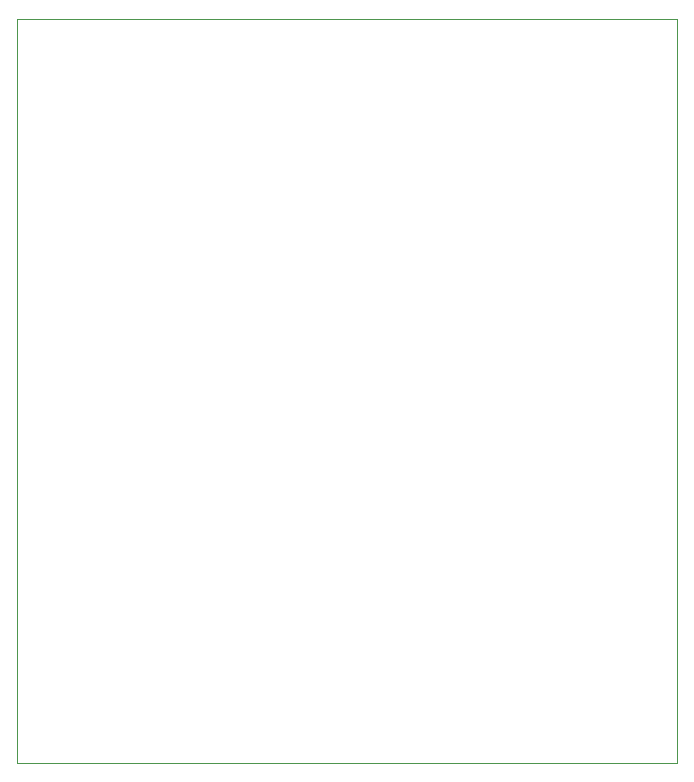
<source format=gbr>
G04 #@! TF.GenerationSoftware,KiCad,Pcbnew,(5.1.6)-1*
G04 #@! TF.CreationDate,2021-03-23T21:28:11+01:00*
G04 #@! TF.ProjectId,CentralUnit,43656e74-7261-46c5-956e-69742e6b6963,rev?*
G04 #@! TF.SameCoordinates,Original*
G04 #@! TF.FileFunction,Profile,NP*
%FSLAX46Y46*%
G04 Gerber Fmt 4.6, Leading zero omitted, Abs format (unit mm)*
G04 Created by KiCad (PCBNEW (5.1.6)-1) date 2021-03-23 21:28:11*
%MOMM*%
%LPD*%
G01*
G04 APERTURE LIST*
G04 #@! TA.AperFunction,Profile*
%ADD10C,0.100000*%
G04 #@! TD*
G04 APERTURE END LIST*
D10*
X104648000Y-21336000D02*
X104648000Y-84328000D01*
X48768000Y-21336000D02*
X104648000Y-21336000D01*
X48768000Y-84328000D02*
X48768000Y-21336000D01*
X104648000Y-84328000D02*
X48768000Y-84328000D01*
M02*

</source>
